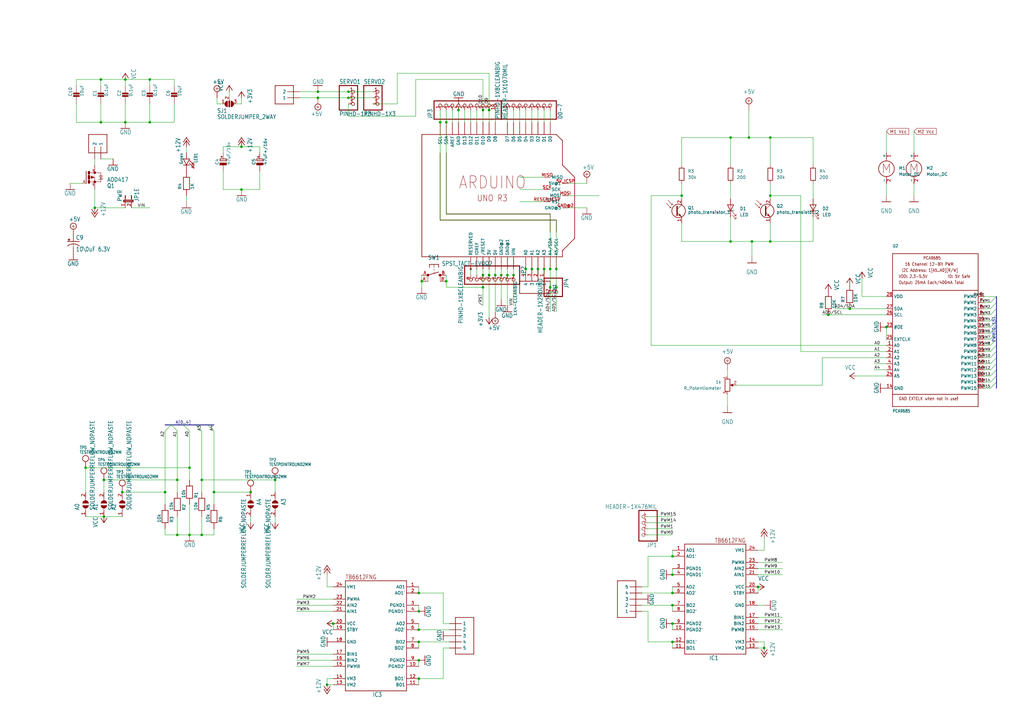
<source format=kicad_sch>
(kicad_sch (version 20211123) (generator eeschema)
  (paper "User" 425.45 299.593)
  (junction (at 279.4 231.14))
  (junction (at 279.4 259.08))
  (junction (at 173.99 274.32))
  (junction (at 173.99 281.94))
  (junction (at 83.82 222.25))
  (junction (at 52.07 50.8))
  (junction (at 203.2 45.72))
  (junction (at 173.99 246.38))
  (junction (at 43.18 214.63))
  (junction (at 78.74 194.31))
  (junction (at 303.53 57.15))
  (junction (at 52.07 33.02))
  (junction (at 353.06 128.27))
  (junction (at 114.3 199.39))
  (junction (at 231.14 119.38))
  (junction (at 68.58 204.47))
  (junction (at 200.66 45.72))
  (junction (at 144.78 40.64))
  (junction (at 144.78 38.1))
  (junction (at 88.9 204.47))
  (junction (at 73.66 199.39))
  (junction (at 132.08 40.64))
  (junction (at 279.4 246.38))
  (junction (at 104.14 204.47))
  (junction (at 226.06 111.76))
  (junction (at 279.4 238.76))
  (junction (at 223.52 111.76))
  (junction (at 73.66 222.25))
  (junction (at 218.44 111.76))
  (junction (at 35.56 194.31))
  (junction (at 311.15 57.15))
  (junction (at 320.04 100.33))
  (junction (at 100.33 60.96))
  (junction (at 182.88 50.8))
  (junction (at 41.91 33.02))
  (junction (at 220.98 111.76))
  (junction (at 173.99 266.7))
  (junction (at 173.99 261.62))
  (junction (at 312.42 100.33))
  (junction (at 279.4 251.46))
  (junction (at 200.66 119.38))
  (junction (at 132.08 38.1))
  (junction (at 39.37 86.36))
  (junction (at 317.5 269.24))
  (junction (at 210.82 114.3))
  (junction (at 320.04 81.28))
  (junction (at 228.6 119.38))
  (junction (at 314.96 243.84))
  (junction (at 62.23 50.8))
  (junction (at 205.74 114.3))
  (junction (at 135.89 284.48))
  (junction (at 213.36 114.3))
  (junction (at 78.74 222.25))
  (junction (at 185.42 116.84))
  (junction (at 368.3 135.89))
  (junction (at 208.28 114.3))
  (junction (at 283.21 81.28))
  (junction (at 228.6 111.76))
  (junction (at 203.2 114.3))
  (junction (at 83.82 199.39))
  (junction (at 200.66 114.3))
  (junction (at 138.43 259.08))
  (junction (at 303.53 100.33))
  (junction (at 231.14 111.76))
  (junction (at 344.17 130.81))
  (junction (at 173.99 254))
  (junction (at 43.18 199.39))
  (junction (at 50.8 204.47))
  (junction (at 41.91 50.8))
  (junction (at 175.26 116.84))
  (junction (at 185.42 50.8))
  (junction (at 279.4 266.7))
  (junction (at 190.5 45.72))
  (junction (at 62.23 33.02))
  (junction (at 100.33 78.74))
  (junction (at 320.04 57.15))
  (bus_entry (at 411.48 146.05) (size 2.54 -2.54))
  (bus_entry (at 411.48 133.35) (size 2.54 -2.54))
  (bus_entry (at 411.48 135.89) (size 2.54 -2.54))
  (bus_entry (at 411.48 140.97) (size 2.54 -2.54))
  (bus_entry (at 411.48 148.59) (size 2.54 -2.54))
  (bus_entry (at 73.66 179.07) (size -2.54 -2.54))
  (bus_entry (at 411.48 130.81) (size 2.54 -2.54))
  (bus_entry (at 411.48 156.21) (size 2.54 -2.54))
  (bus_entry (at 68.58 179.07) (size 2.54 -2.54))
  (bus_entry (at 411.48 138.43) (size 2.54 -2.54))
  (bus_entry (at 411.48 125.73) (size 2.54 -2.54))
  (bus_entry (at 411.48 153.67) (size 2.54 -2.54))
  (bus_entry (at 411.48 151.13) (size 2.54 -2.54))
  (bus_entry (at 88.9 179.07) (size -2.54 -2.54))
  (bus_entry (at 411.48 158.75) (size 2.54 -2.54))
  (bus_entry (at 411.48 143.51) (size 2.54 -2.54))
  (bus_entry (at 78.74 179.07) (size -2.54 -2.54))
  (bus_entry (at 411.48 161.29) (size 2.54 -2.54))
  (bus_entry (at 83.82 179.07) (size -2.54 -2.54))
  (bus_entry (at 411.48 128.27) (size 2.54 -2.54))
  (wire (pts (xy 41.91 33.02) (xy 41.91 35.56)))
  (wire (pts (xy 303.53 76.2) (xy 303.53 82.55)))
  (wire (pts (xy 408.94 146.05) (xy 411.48 146.05)))
  (wire (pts (xy 124.46 40.64) (xy 132.08 40.64)))
  (wire (pts (xy 283.21 57.15) (xy 303.53 57.15)))
  (wire (pts (xy 312.42 100.33) (xy 320.04 100.33)))
  (wire (pts (xy 320.04 81.28) (xy 320.04 82.55)))
  (wire (pts (xy 314.96 246.38) (xy 314.96 243.84)))
  (wire (pts (xy 228.6 119.38) (xy 228.6 129.54)))
  (wire (pts (xy 173.99 281.94) (xy 184.15 281.94)))
  (wire (pts (xy 200.66 33.02) (xy 200.66 45.72)))
  (wire (pts (xy 203.2 114.3) (xy 203.2 111.76)))
  (wire (pts (xy 208.28 114.3) (xy 208.28 111.76)))
  (wire (pts (xy 62.23 35.56) (xy 62.23 33.02)))
  (wire (pts (xy 332.74 81.28) (xy 320.04 81.28)))
  (wire (pts (xy 198.12 45.72) (xy 198.12 50.8)))
  (wire (pts (xy 78.74 222.25) (xy 73.66 222.25)))
  (wire (pts (xy 312.42 100.33) (xy 312.42 106.68)))
  (wire (pts (xy 187.96 45.72) (xy 187.96 50.8)))
  (wire (pts (xy 72.39 33.02) (xy 62.23 33.02)))
  (wire (pts (xy 228.6 88.9) (xy 185.42 88.9)))
  (wire (pts (xy 62.23 50.8) (xy 62.23 43.18)))
  (wire (pts (xy 408.94 138.43) (xy 411.48 138.43)))
  (wire (pts (xy 138.43 281.94) (xy 135.89 281.94)))
  (wire (pts (xy 408.94 133.35) (xy 411.48 133.35)))
  (wire (pts (xy 138.43 276.86) (xy 123.19 276.86)))
  (wire (pts (xy 182.88 91.44) (xy 231.14 91.44)))
  (wire (pts (xy 320.04 100.33) (xy 337.82 100.33)))
  (wire (pts (xy 314.96 261.62) (xy 325.12 261.62)))
  (wire (pts (xy 210.82 127) (xy 210.82 114.3)))
  (wire (pts (xy 203.2 132.08) (xy 203.2 114.3)))
  (wire (pts (xy 83.82 204.47) (xy 83.82 199.39)))
  (wire (pts (xy 355.6 156.21) (xy 368.3 156.21)))
  (wire (pts (xy 408.94 148.59) (xy 411.48 148.59)))
  (bus (pts (xy 414.02 158.75) (xy 414.02 161.29)))
  (wire (pts (xy 226.06 83.82) (xy 215.9 83.82)))
  (bus (pts (xy 414.02 140.97) (xy 414.02 143.51)))
  (wire (pts (xy 41.91 50.8) (xy 52.07 50.8)))
  (wire (pts (xy 72.39 50.8) (xy 72.39 43.18)))
  (wire (pts (xy 73.66 214.63) (xy 73.66 222.25)))
  (wire (pts (xy 35.56 204.47) (xy 35.56 194.31)))
  (bus (pts (xy 76.2 176.53) (xy 81.28 176.53)))
  (wire (pts (xy 269.24 219.71) (xy 279.4 219.71)))
  (wire (pts (xy 83.82 199.39) (xy 114.3 199.39)))
  (wire (pts (xy 144.78 38.1) (xy 154.94 38.1)))
  (wire (pts (xy 39.37 68.58) (xy 39.37 66.04)))
  (wire (pts (xy 320.04 57.15) (xy 320.04 68.58)))
  (wire (pts (xy 408.94 156.21) (xy 411.48 156.21)))
  (wire (pts (xy 100.33 60.96) (xy 92.71 60.96)))
  (wire (pts (xy 205.74 45.72) (xy 205.74 50.8)))
  (wire (pts (xy 138.43 271.78) (xy 123.19 271.78)))
  (wire (pts (xy 68.58 204.47) (xy 68.58 179.07)))
  (wire (pts (xy 269.24 254) (xy 269.24 266.7)))
  (wire (pts (xy 317.5 251.46) (xy 314.96 251.46)))
  (wire (pts (xy 283.21 81.28) (xy 283.21 82.55)))
  (wire (pts (xy 200.66 114.3) (xy 200.66 119.38)))
  (wire (pts (xy 228.6 111.76) (xy 228.6 88.9)))
  (wire (pts (xy 408.94 151.13) (xy 411.48 151.13)))
  (wire (pts (xy 317.5 228.6) (xy 317.5 223.52)))
  (bus (pts (xy 414.02 146.05) (xy 414.02 148.59)))
  (wire (pts (xy 314.96 259.08) (xy 325.12 259.08)))
  (wire (pts (xy 218.44 114.3) (xy 218.44 111.76)))
  (wire (pts (xy 83.82 199.39) (xy 83.82 179.07)))
  (wire (pts (xy 205.74 129.54) (xy 205.74 114.3)))
  (wire (pts (xy 50.8 204.47) (xy 68.58 204.47)))
  (wire (pts (xy 138.43 274.32) (xy 123.19 274.32)))
  (wire (pts (xy 31.75 35.56) (xy 31.75 33.02)))
  (wire (pts (xy 104.14 214.63) (xy 104.14 217.17)))
  (wire (pts (xy 213.36 45.72) (xy 213.36 50.8)))
  (wire (pts (xy 320.04 92.71) (xy 320.04 100.33)))
  (wire (pts (xy 43.18 214.63) (xy 35.56 214.63)))
  (wire (pts (xy 337.82 76.2) (xy 337.82 82.55)))
  (wire (pts (xy 243.84 76.2) (xy 236.22 76.2)))
  (wire (pts (xy 314.96 233.68) (xy 325.12 233.68)))
  (wire (pts (xy 269.24 222.25) (xy 279.4 222.25)))
  (wire (pts (xy 203.2 45.72) (xy 203.2 50.8)))
  (wire (pts (xy 363.22 151.13) (xy 368.3 151.13)))
  (wire (pts (xy 77.47 81.28) (xy 77.47 83.82)))
  (wire (pts (xy 173.99 266.7) (xy 173.99 269.24)))
  (wire (pts (xy 54.61 86.36) (xy 62.23 86.36)))
  (wire (pts (xy 92.71 71.12) (xy 92.71 78.74)))
  (wire (pts (xy 135.89 281.94) (xy 135.89 284.48)))
  (wire (pts (xy 73.66 204.47) (xy 73.66 199.39)))
  (wire (pts (xy 210.82 114.3) (xy 210.82 111.76)))
  (wire (pts (xy 73.66 222.25) (xy 68.58 222.25)))
  (wire (pts (xy 408.94 123.19) (xy 414.02 123.19)))
  (wire (pts (xy 231.14 91.44) (xy 231.14 111.76)))
  (wire (pts (xy 77.47 63.5) (xy 77.47 60.96)))
  (wire (pts (xy 279.4 266.7) (xy 279.4 269.24)))
  (wire (pts (xy 408.94 128.27) (xy 411.48 128.27)))
  (wire (pts (xy 165.1 43.18) (xy 154.94 43.18)))
  (wire (pts (xy 200.66 119.38) (xy 200.66 127)))
  (wire (pts (xy 215.9 45.72) (xy 215.9 50.8)))
  (wire (pts (xy 270.51 143.51) (xy 368.3 143.51)))
  (wire (pts (xy 226.06 78.74) (xy 215.9 78.74)))
  (wire (pts (xy 92.71 78.74) (xy 100.33 78.74)))
  (wire (pts (xy 266.7 246.38) (xy 279.4 246.38)))
  (wire (pts (xy 303.53 100.33) (xy 312.42 100.33)))
  (wire (pts (xy 279.4 243.84) (xy 279.4 246.38)))
  (wire (pts (xy 302.26 153.67) (xy 302.26 156.21)))
  (wire (pts (xy 302.26 163.83) (xy 302.26 168.91)))
  (wire (pts (xy 269.24 266.7) (xy 279.4 266.7)))
  (wire (pts (xy 408.94 161.29) (xy 411.48 161.29)))
  (wire (pts (xy 173.99 261.62) (xy 186.69 261.62)))
  (wire (pts (xy 78.74 194.31) (xy 78.74 179.07)))
  (wire (pts (xy 107.95 78.74) (xy 107.95 71.12)))
  (wire (pts (xy 314.96 266.7) (xy 317.5 266.7)))
  (wire (pts (xy 173.99 259.08) (xy 173.99 261.62)))
  (wire (pts (xy 368.3 128.27) (xy 353.06 128.27)))
  (bus (pts (xy 414.02 143.51) (xy 414.02 146.05)))
  (wire (pts (xy 68.58 209.55) (xy 68.58 204.47)))
  (wire (pts (xy 62.23 33.02) (xy 52.07 33.02)))
  (wire (pts (xy 379.73 54.61) (xy 379.73 63.5)))
  (wire (pts (xy 173.99 251.46) (xy 173.99 254)))
  (wire (pts (xy 200.66 114.3) (xy 200.66 111.76)))
  (wire (pts (xy 279.4 251.46) (xy 279.4 254)))
  (wire (pts (xy 363.22 153.67) (xy 368.3 153.67)))
  (wire (pts (xy 88.9 204.47) (xy 88.9 179.07)))
  (wire (pts (xy 100.33 78.74) (xy 107.95 78.74)))
  (wire (pts (xy 213.36 114.3) (xy 213.36 127)))
  (wire (pts (xy 68.58 219.71) (xy 68.58 222.25)))
  (wire (pts (xy 408.94 130.81) (xy 411.48 130.81)))
  (wire (pts (xy 314.96 238.76) (xy 325.12 238.76)))
  (wire (pts (xy 78.74 199.39) (xy 78.74 194.31)))
  (wire (pts (xy 154.94 40.64) (xy 144.78 40.64)))
  (wire (pts (xy 195.58 45.72) (xy 195.58 50.8)))
  (wire (pts (xy 311.15 57.15) (xy 320.04 57.15)))
  (wire (pts (xy 144.78 43.18) (xy 144.78 48.26)))
  (wire (pts (xy 132.08 40.64) (xy 144.78 40.64)))
  (wire (pts (xy 88.9 204.47) (xy 104.14 204.47)))
  (wire (pts (xy 114.3 217.17) (xy 114.3 214.63)))
  (bus (pts (xy 414.02 148.59) (xy 414.02 151.13)))
  (wire (pts (xy 52.07 33.02) (xy 52.07 35.56)))
  (bus (pts (xy 414.02 133.35) (xy 414.02 135.89)))
  (wire (pts (xy 314.96 236.22) (xy 325.12 236.22)))
  (wire (pts (xy 231.14 111.76) (xy 231.14 119.38)))
  (wire (pts (xy 203.2 30.48) (xy 165.1 30.48)))
  (wire (pts (xy 144.78 48.26) (xy 172.72 48.26)))
  (wire (pts (xy 226.06 73.66) (xy 215.9 73.66)))
  (wire (pts (xy 341.63 148.59) (xy 368.3 148.59)))
  (wire (pts (xy 205.74 114.3) (xy 205.74 111.76)))
  (wire (pts (xy 358.14 123.19) (xy 368.3 123.19)))
  (wire (pts (xy 138.43 251.46) (xy 123.19 251.46)))
  (wire (pts (xy 107.95 60.96) (xy 107.95 63.5)))
  (wire (pts (xy 100.33 60.96) (xy 107.95 60.96)))
  (wire (pts (xy 218.44 45.72) (xy 218.44 50.8)))
  (wire (pts (xy 332.74 146.05) (xy 368.3 146.05)))
  (wire (pts (xy 279.4 228.6) (xy 279.4 231.14)))
  (wire (pts (xy 31.75 50.8) (xy 31.75 43.18)))
  (wire (pts (xy 408.94 135.89) (xy 411.48 135.89)))
  (wire (pts (xy 337.82 100.33) (xy 337.82 90.17)))
  (wire (pts (xy 184.15 281.94) (xy 184.15 269.24)))
  (bus (pts (xy 414.02 153.67) (xy 414.02 156.21)))
  (bus (pts (xy 414.02 123.19) (xy 414.02 125.73)))
  (wire (pts (xy 368.3 54.61) (xy 368.3 63.5)))
  (wire (pts (xy 39.37 78.74) (xy 39.37 86.36)))
  (wire (pts (xy 73.66 199.39) (xy 73.66 179.07)))
  (wire (pts (xy 184.15 269.24) (xy 186.69 269.24)))
  (wire (pts (xy 283.21 76.2) (xy 283.21 81.28)))
  (wire (pts (xy 193.04 45.72) (xy 193.04 50.8)))
  (wire (pts (xy 173.99 246.38) (xy 173.99 243.84)))
  (wire (pts (xy 358.14 115.57) (xy 358.14 123.19)))
  (wire (pts (xy 320.04 57.15) (xy 337.82 57.15)))
  (wire (pts (xy 138.43 243.84) (xy 135.89 243.84)))
  (wire (pts (xy 175.26 114.3) (xy 175.26 116.84)))
  (wire (pts (xy 52.07 33.02) (xy 41.91 33.02)))
  (wire (pts (xy 83.82 222.25) (xy 88.9 222.25)))
  (wire (pts (xy 52.07 50.8) (xy 52.07 43.18)))
  (wire (pts (xy 223.52 45.72) (xy 223.52 50.8)))
  (wire (pts (xy 185.42 45.72) (xy 185.42 50.8)))
  (wire (pts (xy 320.04 76.2) (xy 320.04 81.28)))
  (wire (pts (xy 190.5 43.18) (xy 190.5 45.72)))
  (wire (pts (xy 184.15 259.08) (xy 186.69 259.08)))
  (wire (pts (xy 306.07 160.02) (xy 341.63 160.02)))
  (wire (pts (xy 88.9 222.25) (xy 88.9 219.71)))
  (wire (pts (xy 135.89 284.48) (xy 138.43 284.48)))
  (wire (pts (xy 379.73 76.2) (xy 379.73 81.28)))
  (wire (pts (xy 83.82 214.63) (xy 83.82 222.25)))
  (wire (pts (xy 50.8 214.63) (xy 43.18 214.63)))
  (wire (pts (xy 43.18 204.47) (xy 43.18 199.39)))
  (wire (pts (xy 185.42 116.84) (xy 185.42 119.38)))
  (wire (pts (xy 317.5 269.24) (xy 314.96 269.24)))
  (wire (pts (xy 231.14 119.38) (xy 231.14 129.54)))
  (wire (pts (xy 173.99 274.32) (xy 173.99 276.86)))
  (wire (pts (xy 135.89 243.84) (xy 135.89 238.76)))
  (wire (pts (xy 311.15 45.72) (xy 311.15 57.15)))
  (wire (pts (xy 270.51 143.51) (xy 270.51 81.28)))
  (wire (pts (xy 114.3 204.47) (xy 114.3 199.39)))
  (wire (pts (xy 226.06 45.72) (xy 226.06 50.8)))
  (wire (pts (xy 175.26 116.84) (xy 175.26 119.38)))
  (bus (pts (xy 414.02 156.21) (xy 414.02 158.75)))
  (wire (pts (xy 124.46 38.1) (xy 132.08 38.1)))
  (wire (pts (xy 88.9 209.55) (xy 88.9 204.47)))
  (wire (pts (xy 78.74 209.55) (xy 78.74 222.25)))
  (wire (pts (xy 269.24 217.17) (xy 279.4 217.17)))
  (wire (pts (xy 173.99 246.38) (xy 184.15 246.38)))
  (wire (pts (xy 210.82 45.72) (xy 210.82 50.8)))
  (wire (pts (xy 368.3 76.2) (xy 368.3 81.28)))
  (bus (pts (xy 414.02 125.73) (xy 414.02 128.27)))
  (wire (pts (xy 41.91 50.8) (xy 31.75 50.8)))
  (wire (pts (xy 172.72 33.02) (xy 200.66 33.02)))
  (bus (pts (xy 86.36 176.53) (xy 88.9 176.53)))
  (wire (pts (xy 269.24 243.84) (xy 269.24 231.14)))
  (wire (pts (xy 279.4 259.08) (xy 279.4 261.62)))
  (wire (pts (xy 332.74 146.05) (xy 332.74 81.28)))
  (wire (pts (xy 353.06 128.27) (xy 346.71 128.27)))
  (wire (pts (xy 408.94 143.51) (xy 411.48 143.51)))
  (wire (pts (xy 283.21 100.33) (xy 303.53 100.33)))
  (wire (pts (xy 337.82 57.15) (xy 337.82 68.58)))
  (wire (pts (xy 31.75 33.02) (xy 41.91 33.02)))
  (wire (pts (xy 29.21 76.2) (xy 34.29 76.2)))
  (wire (pts (xy 184.15 246.38) (xy 184.15 259.08)))
  (wire (pts (xy 228.6 111.76) (xy 228.6 119.38)))
  (wire (pts (xy 341.63 160.02) (xy 341.63 148.59)))
  (wire (pts (xy 408.94 140.97) (xy 411.48 140.97)))
  (wire (pts (xy 138.43 248.92) (xy 123.19 248.92)))
  (wire (pts (xy 138.43 254) (xy 123.19 254)))
  (wire (pts (xy 228.6 45.72) (xy 228.6 50.8)))
  (wire (pts (xy 100.33 43.18) (xy 100.33 40.64)))
  (wire (pts (xy 90.17 43.18) (xy 90.17 40.64)))
  (wire (pts (xy 314.96 228.6) (xy 317.5 228.6)))
  (wire (pts (xy 173.99 266.7) (xy 186.69 266.7)))
  (bus (pts (xy 414.02 135.89) (xy 414.02 138.43)))
  (wire (pts (xy 279.4 236.22) (xy 279.4 238.76)))
  (wire (pts (xy 198.12 114.3) (xy 198.12 111.76)))
  (bus (pts (xy 68.58 176.53) (xy 71.12 176.53)))
  (wire (pts (xy 243.84 86.36) (xy 236.22 86.36)))
  (wire (pts (xy 173.99 284.48) (xy 173.99 281.94)))
  (wire (pts (xy 220.98 114.3) (xy 220.98 111.76)))
  (wire (pts (xy 317.5 266.7) (xy 317.5 269.24)))
  (wire (pts (xy 303.53 90.17) (xy 303.53 100.33)))
  (wire (pts (xy 73.66 199.39) (xy 43.18 199.39)))
  (wire (pts (xy 266.7 251.46) (xy 279.4 251.46)))
  (wire (pts (xy 368.3 130.81) (xy 344.17 130.81)))
  (wire (pts (xy 200.66 45.72) (xy 200.66 50.8)))
  (wire (pts (xy 408.94 153.67) (xy 411.48 153.67)))
  (bus (pts (xy 414.02 151.13) (xy 414.02 153.67)))
  (wire (pts (xy 39.37 86.36) (xy 52.07 86.36)))
  (wire (pts (xy 226.06 114.3) (xy 226.06 111.76)))
  (wire (pts (xy 344.17 130.81) (xy 341.63 130.81)))
  (bus (pts (xy 414.02 128.27) (xy 414.02 130.81)))
  (wire (pts (xy 266.7 254) (xy 269.24 254)))
  (wire (pts (xy 208.28 124.46) (xy 208.28 114.3)))
  (wire (pts (xy 223.52 114.3) (xy 223.52 111.76)))
  (wire (pts (xy 172.72 48.26) (xy 172.72 33.02)))
  (wire (pts (xy 314.96 256.54) (xy 325.12 256.54)))
  (wire (pts (xy 97.79 43.18) (xy 100.33 43.18)))
  (wire (pts (xy 203.2 45.72) (xy 203.2 30.48)))
  (bus (pts (xy 414.02 138.43) (xy 414.02 140.97)))
  (wire (pts (xy 41.91 43.18) (xy 41.91 50.8)))
  (wire (pts (xy 62.23 50.8) (xy 72.39 50.8)))
  (wire (pts (xy 52.07 50.8) (xy 62.23 50.8)))
  (wire (pts (xy 182.88 50.8) (xy 182.88 91.44)))
  (wire (pts (xy 144.78 38.1) (xy 132.08 38.1)))
  (wire (pts (xy 72.39 33.02) (xy 72.39 35.56)))
  (wire (pts (xy 303.53 57.15) (xy 303.53 68.58)))
  (wire (pts (xy 195.58 114.3) (xy 195.58 111.76)))
  (wire (pts (xy 213.36 114.3) (xy 213.36 111.76)))
  (wire (pts (xy 165.1 30.48) (xy 165.1 43.18)))
  (wire (pts (xy 266.7 243.84) (xy 269.24 243.84)))
  (wire (pts (xy 95.25 38.1) (xy 95.25 40.64)))
  (wire (pts (xy 408.94 158.75) (xy 411.48 158.75)))
  (wire (pts (xy 368.3 140.97) (xy 368.3 135.89)))
  (wire (pts (xy 41.91 66.04) (xy 46.99 66.04)))
  (wire (pts (xy 283.21 68.58) (xy 283.21 57.15)))
  (bus (pts (xy 414.02 130.81) (xy 414.02 133.35)))
  (bus (pts (xy 81.28 176.53) (xy 86.36 176.53)))
  (wire (pts (xy 270.51 81.28) (xy 283.21 81.28)))
  (wire (pts (xy 92.71 60.96) (xy 92.71 63.5)))
  (wire (pts (xy 236.22 81.28) (xy 248.92 81.28)))
  (wire (pts (xy 92.71 43.18) (xy 90.17 43.18)))
  (wire (pts (xy 78.74 194.31) (xy 35.56 194.31)))
  (wire (pts (xy 408.94 125.73) (xy 411.48 125.73)))
  (wire (pts (xy 269.24 231.14) (xy 279.4 231.14)))
  (wire (pts (xy 185.42 119.38) (xy 200.66 119.38)))
  (wire (pts (xy 283.21 92.71) (xy 283.21 100.33)))
  (wire (pts (xy 220.98 45.72) (xy 220.98 50.8)))
  (wire (pts (xy 185.42 88.9) (xy 185.42 50.8)))
  (wire (pts (xy 182.88 45.72) (xy 182.88 50.8)))
  (wire (pts (xy 303.53 57.15) (xy 311.15 57.15)))
  (wire (pts (xy 138.43 259.08) (xy 138.43 261.62)))
  (wire (pts (xy 269.24 214.63) (xy 279.4 214.63)))
  (wire (pts (xy 78.74 222.25) (xy 83.82 222.25)))
  (bus (pts (xy 71.12 176.53) (xy 76.2 176.53)))
  (wire (pts (xy 185.42 114.3) (xy 185.42 116.84)))
  (wire (pts (xy 190.5 45.72) (xy 190.5 50.8)))
  (label "PWM3" (at 411.48 130.81 180) (effects (font (size 1.016 1.016))))
  (label "PWM8" (at 317.5 233.68 0) (effects (font (size 1.2446 1.2446))))
  (label "VIN" (at 57.15 86.36 0) (effects (font (size 1.2446 1.2446))))
  (label "AD5/SCL" (at 341.63 130.81 0) (effects (font (size 1.2446 1.2446))))
  (label "PWM10" (at 317.5 238.76 0) (effects (font (size 1.2446 1.2446))))
  (label "A3" (at 83.82 179.07 90) (effects (font (size 1.2446 1.2446))))
  (label "D9" (at 203.2 43.18 90) (effects (font (size 1.2446 1.2446))))
  (label "PWM11" (at 411.48 151.13 180) (effects (font (size 1.016 1.016))))
  (label "PWM6" (at 411.48 138.43 180) (effects (font (size 1.016 1.016))))
  (label "A4" (at 363.22 153.67 0) (effects (font (size 1.2446 1.2446))))
  (label "PWM0" (at 408.94 123.19 180) (effects (font (size 1.016 1.016))))
  (label "PWM4" (at 411.48 133.35 180) (effects (font (size 1.016 1.016))))
  (label "PWM15" (at 274.32 214.63 0) (effects (font (size 1.2446 1.2446))))
  (label "A0" (at 363.22 143.51 0) (effects (font (size 1.2446 1.2446))))
  (label "PWM14" (at 411.48 158.75 180) (effects (font (size 1.016 1.016))))
  (label "PWM9" (at 411.48 146.05 180) (effects (font (size 1.016 1.016))))
  (label "PWM9" (at 317.5 236.22 0) (effects (font (size 1.2446 1.2446))))
  (label "PWM2" (at 125.73 248.92 0) (effects (font (size 1.2446 1.2446))))
  (label "PWM5" (at 411.48 135.89 180) (effects (font (size 1.016 1.016))))
  (label "PWM[0..15]" (at 414.02 142.24 90) (effects (font (size 1.2446 1.2446))))
  (label "PWM15" (at 411.48 161.29 180) (effects (font (size 1.016 1.016))))
  (label "A4" (at 88.9 179.07 90) (effects (font (size 1.2446 1.2446))))
  (label "PWM1" (at 274.32 219.71 0) (effects (font (size 1.2446 1.2446))))
  (label "PWM4" (at 123.19 254 0) (effects (font (size 1.2446 1.2446))))
  (label "PWM13" (at 317.5 261.62 0) (effects (font (size 1.2446 1.2446))))
  (label "A1" (at 363.22 146.05 0) (effects (font (size 1.2446 1.2446))))
  (label "A1" (at 73.66 179.07 270) (effects (font (size 1.2446 1.2446))))
  (label "PWM5" (at 123.19 271.78 0) (effects (font (size 1.2446 1.2446))))
  (label "PWM6" (at 123.19 274.32 0) (effects (font (size 1.2446 1.2446))))
  (label "PWM8" (at 411.48 143.51 180) (effects (font (size 1.016 1.016))))
  (label "PWM1" (at 411.48 125.73 180) (effects (font (size 1.016 1.016))))
  (label "A[0..4]" (at 79.375 176.53 180) (effects (font (size 1.2446 1.2446))))
  (label "PWM12" (at 317.5 259.08 0) (effects (font (size 1.2446 1.2446))))
  (label "A2" (at 68.58 179.07 270) (effects (font (size 1.2446 1.2446))))
  (label "PWM13" (at 411.48 156.21 180) (effects (font (size 1.016 1.016))))
  (label "PWM10" (at 411.48 148.59 180) (effects (font (size 1.016 1.016))))
  (label "PWM0" (at 274.32 222.25 0) (effects (font (size 1.2446 1.2446))))
  (label "PWM11" (at 317.5 256.54 0) (effects (font (size 1.2446 1.2446))))
  (label "/RST" (at 200.66 127 90) (effects (font (size 1.2446 1.2446))))
  (label "A3" (at 363.22 151.13 0) (effects (font (size 1.2446 1.2446))))
  (label "PWM14" (at 274.32 217.17 0) (effects (font (size 1.2446 1.2446))))
  (label "PWM2" (at 411.48 128.27 180) (effects (font (size 1.016 1.016))))
  (label "VIN" (at 213.36 127 90) (effects (font (size 1.2446 1.2446))))
  (label "PWM7" (at 123.19 276.86 0) (effects (font (size 1.2446 1.2446))))
  (label "A2" (at 363.22 148.59 0) (effects (font (size 1.2446 1.2446))))
  (label "PWM3" (at 123.19 251.46 0) (effects (font (size 1.2446 1.2446))))
  (label "A0" (at 78.74 179.07 270) (effects (font (size 1.2446 1.2446))))
  (label "PWM12" (at 411.48 153.67 180) (effects (font (size 1.016 1.016))))
  (label "/RST" (at 226.06 83.82 0) (effects (font (size 1.016 1.016))))
  (label "D10" (at 200.66 43.18 90) (effects (font (size 1.2446 1.2446))))
  (label "AD5/SCL" (at 231.14 129.54 90) (effects (font (size 1.2446 1.2446))))
  (label "AD4/SDA" (at 346.71 128.27 0) (effects (font (size 1.2446 1.2446))))
  (label "PWM7" (at 411.48 140.97 180) (effects (font (size 1.016 1.016))))
  (label "AD4/SDA" (at 228.6 129.54 90) (effects (font (size 1.2446 1.2446))))
  (global_label "M2 Vcc" (shape input) (at 379.73 54.61 0) (property "Intersheet References" "${INTERSHEET_REFS}" (effects hide)))
  (global_label "M1 Vcc" (shape input) (at 368.3 54.61 0) (property "Intersheet References" "${INTERSHEET_REFS}" (effects hide)))
  (symbol (lib_id "PIE_mp3-eagle-import:GND") (at 312.42 109.22 0) (unit 1)
    (property "Reference" "#GND?" (effects hide))
    (property "Value" "GND" (at 312.42 113.03 0) (effects (font (size 1.778 1.5113))))
    (property "Footprint" "PIE_mp3:" (effects hide))
  )
  (symbol (lib_id "PIE_mp3-eagle-import:GND") (at 379.73 83.82 0) (unit 1)
    (property "Reference" "#GND?" (effects hide))
    (property "Value" "GND" (at 379.73 87.63 0) (effects (font (size 1.778 1.5113))))
    (property "Footprint" "PIE_mp3:" (effects hide))
  )
  (symbol (lib_id "PIE_mp3-eagle-import:VCC") (at 114.3 219.71 0) (mirror x)
    (property "Reference" "#P+17" (effects hide))
    (property "Value" "VCC" (at 111.76 217.17 90) (effects (font (size 1.778 1.5113)) (justify left bottom)))
    (property "Footprint" "PIE_mp3:" (effects hide))
  )
  (symbol (lib_id "PIE_mp3-eagle-import:GND") (at 100.33 81.28 0) (mirror y)
    (property "Reference" "#GND15" (effects hide))
    (property "Value" "GND" (at 102.87 83.82 0) (effects (font (size 1.778 1.5113)) (justify left bottom)))
    (property "Footprint" "PIE_mp3:" (effects hide))
  )
  (symbol (lib_id "PIE_mp3-eagle-import:CAP_ELECTROLYTICPANASONIC_C") (at 107.95 68.58 0)
    (property "Reference" "C5" (at 106.16 68.54 90) (effects (justify left bottom)))
    (property "Value" "47uF+/16v" (at 110.95 68.54 90) (effects (justify left bottom)))
    (property "Footprint" "PIE_mp3:PANASONIC_C" (effects hide))
  )
  (symbol (lib_id "PIE_mp3-eagle-import:GND") (at 176.53 274.32 90)
    (property "Reference" "#GND6" (effects hide))
    (property "Value" "GND" (at 179.07 276.86 0) (effects (font (size 1.778 1.5113)) (justify left bottom)))
    (property "Footprint" "PIE_mp3:" (effects hide))
  )
  (symbol (lib_id "PIE_mp3-eagle-import:TESTPOINTROUND2MM") (at 35.56 194.31 0)
    (property "Reference" "TP5" (at 33.02 186.69 0) (effects (font (size 1.27 1.0795)) (justify left bottom)))
    (property "Value" "TESTPOINTROUND2MM" (at 33.02 188.595 0) (effects (font (size 1.27 1.0795)) (justify left bottom)))
    (property "Footprint" "PIE_mp3:TESTPOINT_ROUND_2MM" (effects hide))
  )
  (symbol (lib_id "PIE_mp3-eagle-import:TESTPOINTROUND2MM") (at 114.3 199.39 0)
    (property "Reference" "TP2" (at 111.76 191.77 0) (effects (font (size 1.27 1.0795)) (justify left bottom)))
    (property "Value" "TESTPOINTROUND2MM" (at 111.76 193.675 0) (effects (font (size 1.27 1.0795)) (justify left bottom)))
    (property "Footprint" "PIE_mp3:TESTPOINT_ROUND_2MM" (effects hide))
  )
  (symbol (lib_id "PIE_mp3-eagle-import:+3V3") (at 203.2 134.62 0) (mirror x)
    (property "Reference" "#+3V1" (effects hide))
    (property "Value" "+3V3" (at 200.66 129.54 90) (effects (font (size 1.778 1.5113)) (justify left bottom)))
    (property "Footprint" "PIE_mp3:" (effects hide))
  )
  (symbol (lib_id "Device:Q_Photo_NPN_EC") (at 317.5 87.63 0) (unit 1)
    (property "Reference" "Q2" (at 322.58 85.6106 0) (effects (justify left)))
    (property "Value" "photo_transistor_2" (at 322.58 88.1506 0) (effects (justify left)))
  )
  (symbol (lib_id "PIE_mp3-eagle-import:CAP_CERAMIC0805-NOOUTLINE") (at 62.23 40.64 0)
    (property "Reference" "C3" (at 60.44 40.1 90) (effects (justify left bottom)))
    (property "Value" "0.1uF" (at 65.23 40.1 90) (effects (justify left bottom)))
    (property "Footprint" "PIE_mp3:0805-NO" (effects hide))
  )
  (symbol (lib_id "PIE_mp3-eagle-import:VCC") (at 353.06 156.21 90) (mirror x)
    (property "Reference" "#P+7" (effects hide))
    (property "Value" "VCC" (at 355.6 153.67 90) (effects (font (size 1.778 1.5113)) (justify left bottom)))
    (property "Footprint" "PIE_mp3:" (effects hide))
  )
  (symbol (lib_id "PIE_mp3-eagle-import:RESISTOR0805_NOOUTLINE") (at 88.9 214.63 270) (mirror x)
    (property "Reference" "R6" (at 90.932 217.17 0) (effects (justify left bottom)))
    (property "Value" "10k" (at 85.725 217.17 0) (effects (justify left bottom)))
    (property "Footprint" "PIE_mp3:0805-NO" (effects hide))
  )
  (symbol (lib_id "PIE_mp3-eagle-import:CAP_CERAMIC0805-NOOUTLINE") (at 41.91 40.64 0)
    (property "Reference" "C1" (at 40.12 40.1 90) (effects (justify left bottom)))
    (property "Value" "0.1uF" (at 44.91 40.1 90) (effects (justify left bottom)))
    (property "Footprint" "PIE_mp3:0805-NO" (effects hide))
  )
  (symbol (lib_id "PIE_mp3-eagle-import:GND") (at 175.26 121.92 0)
    (property "Reference" "#GND23" (effects hide))
    (property "Value" "GND" (at 172.72 124.46 0) (effects (font (size 1.778 1.5113)) (justify left bottom)))
    (property "Footprint" "PIE_mp3:" (effects hide))
  )
  (symbol (lib_id "PIE_mp3-eagle-import:HEADER-1X476MIL") (at 266.7 217.17 180)
    (property "Reference" "JP1" (at 273.05 225.425 0) (effects (font (size 1.778 1.5113)) (justify left bottom)))
    (property "Value" "HEADER-1X476MIL" (at 273.05 209.55 0) (effects (font (size 1.778 1.5113)) (justify left bottom)))
    (property "Footprint" "PIE_mp3:1X04_ROUND_76" (effects hide))
  )
  (symbol (lib_id "PIE_mp3-eagle-import:SOLDERJUMPER_2WAY") (at 95.25 43.18 0)
    (property "Reference" "SJ1" (at 90.17 46.99 0) (effects (font (size 1.778 1.5113)) (justify left bottom)))
    (property "Value" "SOLDERJUMPER_2WAY" (at 90.17 49.53 0) (effects (font (size 1.778 1.5113)) (justify left bottom)))
    (property "Footprint" "PIE_mp3:SOLDERJUMPER_2WAY_OPEN_NOPASTE" (effects hide))
  )
  (symbol (lib_id "PIE_mp3-eagle-import:+12V") (at 317.5 271.78 180)
    (property "Reference" "#P+2" (effects hide))
    (property "Value" "+12V" (at 320.04 266.7 90) (effects (font (size 1.778 1.5113)) (justify left bottom)))
    (property "Footprint" "PIE_mp3:" (effects hide))
  )
  (symbol (lib_id "PIE_mp3-eagle-import:CAP_CERAMIC0805-NOOUTLINE") (at 31.75 40.64 0)
    (property "Reference" "C10" (at 29.96 40.1 90) (effects (justify left bottom)))
    (property "Value" "10uF" (at 34.75 40.1 90) (effects (justify left bottom)))
    (property "Footprint" "PIE_mp3:0805-NO" (effects hide))
  )
  (symbol (lib_id "PIE_mp3-eagle-import:CAP_CERAMIC0805-NOOUTLINE") (at 72.39 40.64 0)
    (property "Reference" "C6" (at 70.6 40.1 90) (effects (justify left bottom)))
    (property "Value" "10uF" (at 75.39 40.1 90) (effects (justify left bottom)))
    (property "Footprint" "PIE_mp3:0805-NO" (effects hide))
  )
  (symbol (lib_id "PIE_mp3-eagle-import:CAP_CERAMIC0805-NOOUTLINE") (at 52.07 40.64 0)
    (property "Reference" "C2" (at 50.28 40.1 90) (effects (justify left bottom)))
    (property "Value" "0.1uF" (at 55.07 40.1 90) (effects (justify left bottom)))
    (property "Footprint" "PIE_mp3:0805-NO" (effects hide))
  )
  (symbol (lib_id "PIE_mp3-eagle-import:SOLDERJUMPERREFLOW_NOPASTE") (at 114.3 209.55 270)
    (property "Reference" "A3" (at 116.84 207.01 0) (effects (font (size 1.778 1.5113)) (justify left bottom)))
    (property "Value" "SOLDERJUMPERREFLOW_NOPASTE" (at 110.49 207.01 0) (effects (font (size 1.778 1.5113)) (justify left bottom)))
    (property "Footprint" "PIE_mp3:SOLDERJUMPER_REFLOW_NOPASTE" (effects hide))
  )
  (symbol (lib_id "PIE_mp3-eagle-import:GND") (at 208.28 127 0)
    (property "Reference" "#GND2" (effects hide))
    (property "Value" "GND" (at 205.74 129.54 0) (effects (font (size 1.778 1.5113)) (justify left bottom)))
    (property "Footprint" "PIE_mp3:" (effects hide))
  )
  (symbol (lib_id "PIE_mp3-eagle-import:+5V") (at 132.08 43.18 180)
    (property "Reference" "#SUPPLY3" (effects hide))
    (property "Value" "+5V" (at 133.985 46.355 0) (effects (font (size 1.778 1.5113)) (justify left bottom)))
    (property "Footprint" "PIE_mp3:" (effects hide))
  )
  (symbol (lib_id "PIE_mp3-eagle-import:HEADER-1X1070MIL") (at 193.04 43.18 90)
    (property "Reference" "JP3" (at 179.705 49.53 0) (effects (font (size 1.778 1.5113)) (justify left bottom)))
    (property "Value" "HEADER-1X1070MIL" (at 210.82 49.53 0) (effects (font (size 1.778 1.5113)) (justify left bottom)))
    (property "Footprint" "PIE_mp3:1X10_ROUND70" (effects hide))
  )
  (symbol (lib_id "PIE_mp3-eagle-import:GND") (at 29.21 78.74 0)
    (property "Reference" "#GND19" (effects hide))
    (property "Value" "GND" (at 26.67 81.28 0) (effects (font (size 1.778 1.5113)) (justify left bottom)))
    (property "Footprint" "PIE_mp3:" (effects hide))
  )
  (symbol (lib_id "PIE_mp3-eagle-import:+12V") (at 77.47 58.42 0)
    (property "Reference" "#P+15" (effects hide))
    (property "Value" "+12V" (at 74.93 63.5 90) (effects (font (size 1.778 1.5113)) (justify left bottom)))
    (property "Footprint" "PIE_mp3:" (effects hide))
  )
  (symbol (lib_id "PIE_mp3-eagle-import:GND") (at 365.76 135.89 270)
    (property "Reference" "#GND20" (effects hide))
    (property "Value" "GND" (at 363.22 133.35 0) (effects (font (size 1.778 1.5113)) (justify left bottom)))
    (property "Footprint" "PIE_mp3:" (effects hide))
  )
  (symbol (lib_id "PIE_mp3-eagle-import:VCC") (at 135.89 259.08 90)
    (property "Reference" "#P+6" (effects hide))
    (property "Value" "VCC" (at 138.43 261.62 90) (effects (font (size 1.778 1.5113)) (justify left bottom)))
    (property "Footprint" "PIE_mp3:" (effects hide))
  )
  (symbol (lib_id "PIE_mp3-eagle-import:+5V") (at 243.84 73.66 0)
    (property "Reference" "#SUPPLY4" (effects hide))
    (property "Value" "+5V" (at 241.935 70.485 0) (effects (font (size 1.778 1.5113)) (justify left bottom)))
    (property "Footprint" "PIE_mp3:" (effects hide))
  )
  (symbol (lib_id "PIE_mp3-eagle-import:GND") (at 269.24 248.92 90)
    (property "Reference" "#GND9" (effects hide))
    (property "Value" "GND" (at 271.78 251.46 0) (effects (font (size 1.778 1.5113)) (justify left bottom)))
    (property "Footprint" "PIE_mp3:" (effects hide))
  )
  (symbol (lib_id "PIE_mp3-eagle-import:+5V") (at 205.74 132.08 180)
    (property "Reference" "#SUPPLY1" (effects hide))
    (property "Value" "+5V" (at 207.645 135.255 0) (effects (font (size 1.778 1.5113)) (justify left bottom)))
    (property "Footprint" "PIE_mp3:" (effects hide))
  )
  (symbol (lib_id "PIE_mp3-eagle-import:GND") (at 276.86 259.08 270)
    (property "Reference" "#GND5" (effects hide))
    (property "Value" "GND" (at 274.32 256.54 0) (effects (font (size 1.778 1.5113)) (justify left bottom)))
    (property "Footprint" "PIE_mp3:" (effects hide))
  )
  (symbol (lib_id "PIE_mp3-eagle-import:TESTPOINTROUND2MM") (at 50.8 204.47 0)
    (property "Reference" "TP3" (at 48.26 196.85 0) (effects (font (size 1.27 1.0795)) (justify left bottom)))
    (property "Value" "TESTPOINTROUND2MM" (at 48.26 198.755 0) (effects (font (size 1.27 1.0795)) (justify left bottom)))
    (property "Footprint" "PIE_mp3:TESTPOINT_ROUND_2MM" (effects hide))
  )
  (symbol (lib_id "PIE_mp3-eagle-import:SPST_TACT-EVQQ2") (at 180.34 114.3 270)
    (property "Reference" "SW1" (at 177.8 107.95 90) (effects (font (size 1.778 1.5113)) (justify left bottom)))
    (property "Value" "SPST_TACT-EVQQ2" (at 183.515 110.49 90) (effects (font (size 1.778 1.5113)) (justify left bottom)))
    (property "Footprint" "PIE_mp3:EVQ-Q2" (effects hide))
  )
  (symbol (lib_id "PIE_mp3-eagle-import:GND") (at 365.76 161.29 270)
    (property "Reference" "#GND21" (effects hide))
    (property "Value" "GND" (at 363.22 158.75 0) (effects (font (size 1.778 1.5113)) (justify left bottom)))
    (property "Footprint" "PIE_mp3:" (effects hide))
  )
  (symbol (lib_id "PIE_mp3-eagle-import:SOLDERJUMPERREFLOW_NOPASTE") (at 43.18 209.55 90)
    (property "Reference" "A1" (at 40.64 212.09 0) (effects (font (size 1.778 1.5113)) (justify left bottom)))
    (property "Value" "SOLDERJUMPERREFLOW_NOPASTE" (at 46.99 212.09 0) (effects (font (size 1.778 1.5113)) (justify left bottom)))
    (property "Footprint" "PIE_mp3:SOLDERJUMPER_REFLOW_NOPASTE" (effects hide))
  )
  (symbol (lib_id "PIE_mp3-eagle-import:GND") (at 78.74 224.79 0) (mirror y)
    (property "Reference" "#GND24" (effects hide))
    (property "Value" "GND" (at 81.28 227.33 0) (effects (font (size 1.778 1.5113)) (justify left bottom)))
    (property "Footprint" "PIE_mp3:" (effects hide))
  )
  (symbol (lib_id "PIE_mp3-eagle-import:SOLDERJUMPERREFLOW_NOPASTE") (at 50.8 209.55 90)
    (property "Reference" "A2" (at 48.26 212.09 0) (effects (font (size 1.778 1.5113)) (justify left bottom)))
    (property "Value" "SOLDERJUMPERREFLOW_NOPASTE" (at 54.61 212.09 0) (effects (font (size 1.778 1.5113)) (justify left bottom)))
    (property "Footprint" "PIE_mp3:SOLDERJUMPER_REFLOW_NOPASTE" (effects hide))
  )
  (symbol (lib_id "PIE_mp3-eagle-import:GND") (at 132.08 35.56 180)
    (property "Reference" "#GND16" (effects hide))
    (property "Value" "GND" (at 134.62 33.02 0) (effects (font (size 1.778 1.5113)) (justify left bottom)))
    (property "Footprint" "PIE_mp3:" (effects hide))
  )
  (symbol (lib_id "Device:LED") (at 337.82 86.36 90) (unit 1)
    (property "Reference" "D2" (at 341.63 86.6774 90) (effects (justify right)))
    (property "Value" "LED" (at 341.63 89.2174 90) (effects (justify right)))
  )
  (symbol (lib_id "PIE_mp3-eagle-import:GND") (at 52.07 53.34 0) (mirror y)
    (property "Reference" "#GND14" (effects hide))
    (property "Value" "GND" (at 54.61 55.88 0) (effects (font (size 1.778 1.5113)) (justify left bottom)))
    (property "Footprint" "PIE_mp3:" (effects hide))
  )
  (symbol (lib_id "PIE_mp3-eagle-import:VCC") (at 353.06 115.57 0) (mirror y)
    (property "Reference" "#P+19" (effects hide))
    (property "Value" "VCC" (at 355.6 118.11 90) (effects (font (size 1.778 1.5113)) (justify left bottom)))
    (property "Footprint" "PIE_mp3:" (effects hide))
  )
  (symbol (lib_id "PIE_mp3-eagle-import:+12V") (at 135.89 236.22 0)
    (property "Reference" "#P+3" (effects hide))
    (property "Value" "+12V" (at 133.35 241.3 90) (effects (font (size 1.778 1.5113)) (justify left bottom)))
    (property "Footprint" "PIE_mp3:" (effects hide))
  )
  (symbol (lib_id "PIE_mp3-eagle-import:GND") (at 368.3 83.82 0) (unit 1)
    (property "Reference" "#GND?" (effects hide))
    (property "Value" "GND" (at 368.3 87.63 0) (effects (font (size 1.778 1.5113))))
    (property "Footprint" "PIE_mp3:" (effects hide))
  )
  (symbol (lib_id "Device:R") (at 320.04 72.39 0) (unit 1)
    (property "Reference" "R3" (at 322.58 71.1199 0) (effects (justify left)))
    (property "Value" "30k" (at 322.58 73.6599 0) (effects (justify left)))
  )
  (symbol (lib_id "PIE_mp3-eagle-import:VCC") (at 104.14 219.71 0) (mirror x)
    (property "Reference" "#P+18" (effects hide))
    (property "Value" "VCC" (at 101.6 217.17 90) (effects (font (size 1.778 1.5113)) (justify left bottom)))
    (property "Footprint" "PIE_mp3:" (effects hide))
  )
  (symbol (lib_id "PIE_mp3-eagle-import:SOLDERJUMPERREFLOW_NOPASTE") (at 35.56 209.55 90)
    (property "Reference" "A0" (at 33.02 212.09 0) (effects (font (size 1.778 1.5113)) (justify left bottom)))
    (property "Value" "SOLDERJUMPERREFLOW_NOPASTE" (at 39.37 212.09 0) (effects (font (size 1.778 1.5113)) (justify left bottom)))
    (property "Footprint" "PIE_mp3:SOLDERJUMPER_REFLOW_NOPASTE" (effects hide))
  )
  (symbol (lib_id "PIE_mp3-eagle-import:TESTPOINTROUND2MM") (at 104.14 204.47 0)
    (property "Reference" "TP1" (at 101.6 196.85 0) (effects (font (size 1.27 1.0795)) (justify left bottom)))
    (property "Value" "TESTPOINTROUND2MM" (at 101.6 198.755 0) (effects (font (size 1.27 1.0795)) (justify left bottom)))
    (property "Footprint" "PIE_mp3:TESTPOINT_ROUND_2MM" (effects hide))
  )
  (symbol (lib_id "PIE_mp3-eagle-import:GND") (at 30.48 107.95 0)
    (property "Reference" "#GND17" (effects hide))
    (property "Value" "GND" (at 27.94 110.49 0) (effects (font (size 1.778 1.5113)) (justify left bottom)))
    (property "Footprint" "PIE_mp3:" (effects hide))
  )
  (symbol (lib_id "PIE_mp3-eagle-import:GND") (at 302.26 171.45 0) (unit 1)
    (property "Reference" "#GND?" (effects hide))
    (property "Value" "GND" (at 302.26 175.26 0) (effects (font (size 1.778 1.5113))))
    (property "Footprint" "PIE_mp3:" (effects hide))
  )
  (symbol (lib_id "PIE_mp3-eagle-import:GND") (at 184.15 264.16 270)
    (property "Reference" "#GND8" (effects hide))
    (property "Value" "GND" (at 181.61 261.62 0) (effects (font (size 1.778 1.5113)) (justify left bottom)))
    (property "Footprint" "PIE_mp3:" (effects hide))
  )
  (symbol (lib_id "PIE_mp3-eagle-import:JP1E") (at 52.07 83.82 0)
    (property "Reference" "PWR" (at 50.8 83.82 90) (effects (font (size 1.778 1.5113)) (justify left bottom)))
    (property "Value" "JP1E" (at 57.785 83.82 90) (effects (font (size 1.778 1.5113)) (justify left bottom)))
    (property "Footprint" "PIE_mp3:JP1" (effects hide))
  )
  (symbol (lib_id "PIE_mp3-eagle-import:VCC") (at 95.25 35.56 0)
    (property "Reference" "#P+9" (effects hide))
    (property "Value" "VCC" (at 92.71 38.1 90) (effects (font (size 1.778 1.5113)) (justify left bottom)))
    (property "Footprint" "PIE_mp3:" (effects hide))
  )
  (symbol (lib_id "PIE_mp3-eagle-import:GND") (at 46.99 68.58 0)
    (property "Reference" "#GND13" (effects hide))
    (property "Value" "GND" (at 44.45 71.12 0) (effects (font (size 1.778 1.5113)) (justify left bottom)))
    (property "Footprint" "PIE_mp3:" (effects hide))
  )
  (symbol (lib_id "PIE_mp3-eagle-import:RESISTOR0805_NOOUTLINE") (at 353.06 123.19 90)
    (property "Reference" "R7" (at 351.028 125.73 0) (effects (justify left bottom)))
    (property "Value" "10K" (at 356.235 125.73 0) (effects (justify left bottom)))
    (property "Footprint" "PIE_mp3:0805-NO" (effects hide))
  )
  (symbol (lib_id "PIE_mp3-eagle-import:1X2-3.5MM") (at 119.38 38.1 180)
    (property "Reference" "SERPWR" (effects hide))
    (property "Value" "1X2-3.5MM" (effects hide))
    (property "Footprint" "PIE_mp3:1X2-3.5MM" (effects hide))
  )
  (symbol (lib_id "PIE_mp3-eagle-import:1X5") (at 194.31 264.16 0)
    (property "Reference" "J2" (effects hide))
    (property "Value" "1X5" (effects hide))
    (property "Footprint" "PIE_mp3:1X05-3.5MM" (effects hide))
  )
  (symbol (lib_id "Device:Q_Photo_NPN_EC") (at 280.67 87.63 0) (unit 1)
    (property "Reference" "Q1" (at 285.75 86.36 0) (effects (justify left)))
    (property "Value" "photo_transistor_1" (at 285.75 88.1506 0) (effects (justify left)))
  )
  (symbol (lib_id "PIE_mp3-eagle-import:LED0805_NOOUTLINE") (at 77.47 68.58 270)
    (property "Reference" "LED1" (at 80.645 63.5 0) (effects (font (size 1.27 1.0795)) (justify left bottom)))
    (property "Value" "Green" (at 74.676 63.5 0) (effects (font (size 1.27 1.0795)) (justify left bottom)))
    (property "Footprint" "PIE_mp3:CHIPLED_0805_NOOUTLINE" (effects hide))
  )
  (symbol (lib_id "PIE_mp3-eagle-import:VCC") (at 317.5 243.84 270)
    (property "Reference" "#P+5" (effects hide))
    (property "Value" "VCC" (at 314.96 241.3 90) (effects (font (size 1.778 1.5113)) (justify left bottom)))
    (property "Footprint" "PIE_mp3:" (effects hide))
  )
  (symbol (lib_id "PIE_mp3-eagle-import:GND") (at 135.89 266.7 270)
    (property "Reference" "#GND3" (effects hide))
    (property "Value" "GND" (at 133.35 264.16 0) (effects (font (size 1.778 1.5113)) (justify left bottom)))
    (property "Footprint" "PIE_mp3:" (effects hide))
  )
  (symbol (lib_id "PIE_mp3-eagle-import:VCC") (at 358.14 113.03 0) (mirror y)
    (property "Reference" "#P+16" (effects hide))
    (property "Value" "VCC" (at 360.68 115.57 90) (effects (font (size 1.778 1.5113)) (justify left bottom)))
    (property "Footprint" "PIE_mp3:" (effects hide))
  )
  (symbol (lib_id "PIE_mp3-eagle-import:SOLDERJUMPERREFLOW_NOPASTE") (at 104.14 209.55 270)
    (property "Reference" "A4" (at 106.68 207.01 0) (effects (font (size 1.778 1.5113)) (justify left bottom)))
    (property "Value" "SOLDERJUMPERREFLOW_NOPASTE" (at 100.33 207.01 0) (effects (font (size 1.778 1.5113)) (justify left bottom)))
    (property "Footprint" "PIE_mp3:SOLDERJUMPER_REFLOW_NOPASTE" (effects hide))
  )
  (symbol (lib_id "PIE_mp3-eagle-import:TB6612FNG") (at 156.21 264.16 0) (mirror y)
    (property "Reference" "IC3" (at 158.75 289.56 0) (effects (font (size 1.778 1.5113)) (justify left bottom)))
    (property "Value" "TB6612FNG" (effects hide))
    (property "Footprint" "PIE_mp3:SSOP24" (effects hide))
  )
  (symbol (lib_id "Motor:Motor_DC") (at 368.3 68.58 0) (unit 1)
    (property "Reference" "M1" (at 373.38 69.8499 0) (effects (justify left)))
    (property "Value" "Motor_DC" (at 373.38 72.3899 0) (effects (justify left)))
  )
  (symbol (lib_id "PIE_mp3-eagle-import:GND") (at 243.84 88.9 0)
    (property "Reference" "#GND22" (effects hide))
    (property "Value" "GND" (at 241.3 91.44 0) (effects (font (size 1.778 1.5113)) (justify left bottom)))
    (property "Footprint" "PIE_mp3:" (effects hide))
  )
  (symbol (lib_id "PIE_mp3-eagle-import:1X5") (at 259.08 248.92 180)
    (property "Reference" "J1" (effects hide))
    (property "Value" "1X5" (effects hide))
    (property "Footprint" "PIE_mp3:1X05-3.5MM" (effects hide))
  )
  (symbol (lib_id "PIE_mp3-eagle-import:VCC") (at 52.07 30.48 0) (mirror y)
    (property "Reference" "#P+11" (effects hide))
    (property "Value" "VCC" (at 54.61 33.02 90) (effects (font (size 1.778 1.5113)) (justify left bottom)))
    (property "Footprint" "PIE_mp3:" (effects hide))
  )
  (symbol (lib_id "PIE_mp3-eagle-import:+5V") (at 311.15 43.18 0) (unit 1)
    (property "Reference" "#SUPPLY?" (effects hide))
    (property "Value" "+5V" (at 311.15 38.1 0) (effects (font (size 1.778 1.5113))))
    (property "Footprint" "PIE_mp3:" (effects hide))
  )
  (symbol (lib_id "PIE_mp3-eagle-import:CPOL-USC") (at 30.48 100.33 0)
    (property "Reference" "C9" (at 31.496 99.695 0) (effects (font (size 1.778 1.5113)) (justify left bottom)))
    (property "Value" "10\\0uF 6.3V" (at 31.496 104.521 0) (effects (font (size 1.778 1.5113)) (justify left bottom)))
    (property "Footprint" "PIE_mp3:PANASONIC_C" (effects hide))
  )
  (symbol (lib_id "PIE_mp3-eagle-import:GND") (at 320.04 251.46 90)
    (property "Reference" "#GND1" (effects hide))
    (property "Value" "GND" (at 322.58 254 0) (effects (font (size 1.778 1.5113)) (justify left bottom)))
    (property "Footprint" "PIE_mp3:" (effects hide))
  )
  (symbol (lib_id "PIE_mp3-eagle-import:PINHD-1X8CLEANBIG") (at 205.74 116.84 270)
    (property "Reference" "JP2" (at 216.535 110.49 0) (effects (font (size 1.778 1.5113)) (justify left bottom)))
    (property "Value" "PINHD-1X8CLEANBIG" (at 190.5 110.49 0) (effects (font (size 1.778 1.5113)) (justify left bottom)))
    (property "Footprint" "PIE_mp3:1X08-CLEANBIG" (effects hide))
  )
  (symbol (lib_id "PIE_mp3-eagle-import:1X4-CLEANBIG") (at 223.52 116.84 270)
    (property "Reference" "CN1" (at 231.14 121.92 0) (effects (justify right top)))
    (property "Value" "1X4-CLEANBIG" (at 213.36 116.84 0) (effects (justify left bottom)))
    (property "Footprint" "PIE_mp3:1X04-CLEANBIG" (effects hide))
  )
  (symbol (lib_id "PIE_mp3-eagle-import:RESISTOR0805_NOOUTLINE") (at 344.17 125.73 90)
    (property "Reference" "R8" (at 342.138 128.27 0) (effects (justify left bottom)))
    (property "Value" "10K" (at 347.345 128.27 0) (effects (justify left bottom)))
    (property "Footprint" "PIE_mp3:0805-NO" (effects hide))
  )
  (symbol (lib_id "PIE_mp3-eagle-import:RESISTOR0805_NOOUTLINE") (at 78.74 204.47 270) (mirror x)
    (property "Reference" "R1" (at 80.772 207.01 0) (effects (justify left bottom)))
    (property "Value" "10k" (at 75.565 207.01 0) (effects (justify left bottom)))
    (property "Footprint" "PIE_mp3:0805-NO" (effects hide))
  )
  (symbol (lib_id "PIE_mp3-eagle-import:+12V") (at 135.89 287.02 0) (mirror x)
    (property "Reference" "#P+4" (effects hide))
    (property "Value" "+12V" (at 133.35 281.94 90) (effects (font (size 1.778 1.5113)) (justify left bottom)))
    (property "Footprint" "PIE_mp3:" (effects hide))
  )
  (symbol (lib_id "PIE_mp3-eagle-import:PINHD-1X3") (at 147.32 40.64 0)
    (property "Reference" "SERVO1" (at 140.97 34.925 0) (effects (font (size 1.778 1.5113)) (justify left bottom)))
    (property "Value" "PINHD-1X3" (at 140.97 48.26 0) (effects (font (size 1.778 1.5113)) (justify left bottom)))
    (property "Footprint" "PIE_mp3:1X03" (effects hide))
  )
  (symbol (lib_id "Device:R") (at 303.53 72.39 0) (unit 1)
    (property "Reference" "R2" (at 306.07 71.1199 0) (effects (justify left)))
    (property "Value" "200" (at 306.07 73.6599 0) (effects (justify left)))
  )
  (symbol (lib_id "PIE_mp3-eagle-import:TB6612FNG") (at 297.18 248.92 0)
    (property "Reference" "IC1" (at 294.64 274.32 0) (effects (font (size 1.778 1.5113)) (justify left bottom)))
    (property "Value" "TB6612FNG" (effects hide))
    (property "Footprint" "PIE_mp3:SSOP24" (effects hide))
  )
  (symbol (lib_id "PIE_mp3-eagle-import:GND") (at 190.5 40.64 180)
    (property "Reference" "#GND12" (effects hide))
    (property "Value" "GND" (at 193.04 38.1 0) (effects (font (size 1.778 1.5113)) (justify left bottom)))
    (property "Footprint" "PIE_mp3:" (effects hide))
  )
  (symbol (lib_id "PIE_mp3-eagle-import:PINHD-1X8CLEANBIG") (at 220.98 43.18 270) (mirror x)
    (property "Reference" "D0-7" (at 231.775 49.53 0) (effects (font (size 1.778 1.5113)) (justify left bottom)))
    (property "Value" "PINHD-1X8CLEANBIG" (at 205.74 49.53 0) (effects (font (size 1.778 1.5113)) (justify left bottom)))
    (property "Footprint" "PIE_mp3:1X08-CLEANBIG" (effects hide))
  )
  (symbol (lib_id "PIE_mp3-eagle-import:+12V") (at 100.33 58.42 0) (mirror y)
    (property "Reference" "#P+12" (effects hide))
    (property "Value" "+12V" (at 102.87 63.5 90) (effects (font (size 1.778 1.5113)) (justify left bottom)))
    (property "Footprint" "PIE_mp3:" (effects hide))
  )
  (symbol (lib_id "PIE_mp3-eagle-import:CAP_ELECTROLYTICPANASONIC_C") (at 92.71 68.58 0)
    (property "Reference" "C4" (at 90.92 68.54 90) (effects (justify left bottom)))
    (property "Value" "47uF/16v" (at 95.71 68.54 90) (effects (justify left bottom)))
    (property "Footprint" "PIE_mp3:PANASONIC_C" (effects hide))
  )
  (symbol (lib_id "PIE_mp3-eagle-import:PCA9685") (at 388.62 138.43 0)
    (property "Reference" "U2" (at 370.84 102.87 0) (effects (font (size 1.27 1.0795)) (justify left bottom)))
    (property "Value" "PCA9685" (at 370.84 171.45 0) (effects (font (size 1.27 1.0795)) (justify left bottom)))
    (property "Footprint" "PIE_mp3:TSSOP28" (effects hide))
  )
  (symbol (lib_id "PIE_mp3-eagle-import:+5V") (at 90.17 38.1 0)
    (property "Reference" "#P+21" (effects hide))
    (property "Value" "+5V" (at 88.265 34.925 0) (effects (font (size 1.778 1.5113)) (justify left bottom)))
    (property "Footprint" "PIE_mp3:" (effects hide))
  )
  (symbol (lib_id "PIE_mp3-eagle-import:1X2-3.5MM") (at 39.37 60.96 270) (mirror x)
    (property "Reference" "MPOWER" (effects hide))
    (property "Value" "1X2-3.5MM" (effects hide))
    (property "Footprint" "PIE_mp3:1X2-3.5MM" (effects hide))
  )
  (symbol (lib_id "PIE_mp3-eagle-import:IRF?5305R") (at 36.83 73.66 0) (mirror x)
    (property "Reference" "Q1" (at 44.45 76.2 0) (effects (font (size 1.778 1.5113)) (justify left bottom)))
    (property "Value" "AOD417" (at 44.45 73.66 0) (effects (font (size 1.778 1.5113)) (justify left bottom)))
    (property "Footprint" "PIE_mp3:D-PAK_TO252AA" (effects hide))
  )
  (symbol (lib_id "PIE_mp3-eagle-import:RESISTOR0805_NOOUTLINE") (at 77.47 76.2 90)
    (property "Reference" "R4" (at 75.438 78.74 0) (effects (justify left bottom)))
    (property "Value" "1K" (at 80.645 78.74 0) (effects (justify left bottom)))
    (property "Footprint" "PIE_mp3:0805-NO" (effects hide))
  )
  (symbol (lib_id "PIE_mp3-eagle-import:RESISTOR0805_NOOUTLINE") (at 68.58 214.63 270) (mirror x)
    (property "Reference" "R3" (at 70.612 217.17 0) (effects (justify left bottom)))
    (property "Value" "10k" (at 65.405 217.17 0) (effects (justify left bottom)))
    (property "Footprint" "PIE_mp3:0805-NO" (effects hide))
  )
  (symbol (lib_id "PIE_mp3-eagle-import:+12V") (at 39.37 88.9 180)
    (property "Reference" "#P+10" (effects hide))
    (property "Value" "+12V" (at 41.91 83.82 90) (effects (font (size 1.778 1.5113)) (justify left bottom)))
    (property "Footprint" "PIE_mp3:" (effects hide))
  )
  (symbol (lib_id "PIE_mp3-eagle-import:RESISTOR0805_NOOUTLINE") (at 83.82 209.55 270) (mirror x)
    (property "Reference" "R5" (at 85.852 212.09 0) (effects (justify left bottom)))
    (property "Value" "10k" (at 80.645 212.09 0) (effects (justify left bottom)))
    (property "Footprint" "PIE_mp3:0805-NO" (effects hide))
  )
  (symbol (lib_id "PIE_mp3-eagle-import:GND") (at 276.86 238.76 270)
    (property "Reference" "#GND4" (effects hide))
    (property "Value" "GND" (at 274.32 236.22 0) (effects (font (size 1.778 1.5113)) (justify left bottom)))
    (property "Footprint" "PIE_mp3:" (effects hide))
  )
  (symbol (lib_id "PIE_mp3-eagle-import:GND") (at 210.82 129.54 0)
    (property "Reference" "#GND11" (effects hide))
    (property "Value" "GND" (at 208.28 132.08 0) (effects (font (size 1.778 1.5113)) (justify left bottom)))
    (property "Footprint" "PIE_mp3:" (effects hide))
  )
  (symbol (lib_id "Device:R_Potentiometer") (at 302.26 160.02 0) (unit 1)
    (property "Reference" "1k" (at 299.72 158.7499 0) (effects (justify right)))
    (property "Value" "R_Potentiometer" (at 299.72 161.2899 0) (effects (justify right)))
  )
  (symbol (lib_id "PIE_mp3-eagle-import:+12V") (at 317.5 220.98 0) (mirror y)
    (property "Reference" "#P+1" (effects hide))
    (property "Value" "+12V" (at 320.04 226.06 90) (effects (font (size 1.778 1.5113)) (justify left bottom)))
    (property "Footprint" "PIE_mp3:" (effects hide))
  )
  (symbol (lib_id "PIE_mp3-eagle-import:PINHD-1X3") (at 157.48 40.64 0)
    (property "Reference" "SERVO2" (at 151.13 34.925 0) (effects (font (size 1.778 1.5113)) (justify left bottom)))
    (property "Value" "PINHD-1X3" (at 151.13 48.26 0) (effects (font (size 1.778 1.5113)) (justify left bottom)))
    (property "Footprint" "PIE_mp3:1X03" (effects hide))
  )
  (symbol (lib_id "Device:R") (at 337.82 72.39 0) (unit 1)
    (property "Reference" "R4" (at 340.36 71.1199 0) (effects (justify left)))
    (property "Value" "200" (at 340.36 73.6599 0) (effects (justify left)))
  )
  (symbol (lib_id "PIE_mp3-eagle-import:GND") (at 176.53 254 90)
    (property "Reference" "#GND7" (effects hide))
    (property "Value" "GND" (at 179.07 256.54 0) (effects (font (size 1.778 1.5113)) (justify left bottom)))
    (property "Footprint" "PIE_mp3:" (effects hide))
  )
  (symbol (lib_id "PIE_mp3-eagle-import:+5V") (at 30.48 95.25 0)
    (property "Reference" "#SUPPLY2" (effects hide))
    (property "Value" "+5V" (at 28.575 92.075 0) (effects (font (size 1.778 1.5113)) (justify left bottom)))
    (property "Footprint" "PIE_mp3:" (effects hide))
  )
  (symbol (lib_id "Device:LED") (at 303.53 86.36 90) (unit 1)
    (property "Reference" "D1" (at 307.34 86.6774 90) (effects (justify right)))
    (property "Value" "LED" (at 307.34 89.2174 90) (effects (justify right)))
  )
  (symbol (lib_id "PIE_mp3-eagle-import:+3V3") (at 100.33 38.1 0) (mirror y)
    (property "Reference" "#+3V2" (effects hide))
    (property "Value" "+3V3" (at 102.87 43.18 90) (effects (font (size 1.778 1.5113)) (justify left bottom)))
    (property "Footprint" "PIE_mp3:" (effects hide))
  )
  (symbol (lib_id "PIE_mp3-eagle-import:HEADER-1X2ROUND") (at 228.6 121.92 270)
    (property "Reference" "JP4" (at 234.315 115.57 0) (effects (font (size 1.778 1.5113)) (justify left bottom)))
    (property "Value" "HEADER-1X2ROUND" (at 223.52 115.57 0) (effects (font (size 1.778 1.5113)) (justify left bottom)))
    (property "Footprint" "PIE_mp3:1X02_ROUND" (effects hide))
  )
  (symbol (lib_id "PIE_mp3-eagle-import:TESTPOINTROUND2MM") (at 43.18 199.39 0)
    (property "Reference" "TP4" (at 40.64 191.77 0) (effects (font (size 1.27 1.0795)) (justify left bottom)))
    (property "Value" "TESTPOINTROUND2MM" (at 40.64 193.675 0) (effects (font (size 1.27 1.0795)) (justify left bottom)))
    (property "Footprint" "PIE_mp3:TESTPOINT_ROUND_2MM" (effects hide))
  )
  (symbol (lib_id "PIE_mp3-eagle-import:VCC") (at 43.18 217.17 0) (mirror x)
    (property "Reference" "#P+8" (effects hide))
    (property "Value" "VCC" (at 40.64 214.63 90) (effects (font (size 1.778 1.5113)) (justify left bottom)))
    (property "Footprint" "PIE_mp3:" (effects hide))
  )
  (symbol (lib_id "PIE_mp3-eagle-import:GND") (at 77.47 86.36 0)
    (property "Reference" "#GND18" (effects hide))
    (property "Value" "GND" (at 74.93 88.9 0) (effects (font (size 1.778 1.5113)) (justify left bottom)))
    (property "Footprint" "PIE_mp3:" (effects hide))
  )
  (symbol (lib_id "Device:R") (at 283.21 72.39 0) (unit 1)
    (property "Reference" "R3" (at 285.75 71.1199 0) (effects (justify left)))
    (property "Value" "30k" (at 285.75 73.6599 0) (effects (justify left)))
  )
  (symbol (lib_id "PIE_mp3-eagle-import:RESISTOR0805_NOOUTLINE") (at 73.66 209.55 270) (mirror x)
    (property "Reference" "R2" (at 75.692 212.09 0) (effects (justify left bottom)))
    (property "Value" "10k" (at 70.485 212.09 0) (effects (justify left bottom)))
    (property "Footprint" "PIE_mp3:0805-NO" (effects hide))
  )
  (symbol (lib_id "PIE_mp3-eagle-import:VCC") (at 344.17 118.11 0) (mirror y)
    (property "Reference" "#P+20" (effects hide))
    (property "Value" "VCC" (at 346.71 120.65 90) (effects (font (size 1.778 1.5113)) (justify left bottom)))
    (property "Footprint" "PIE_mp3:" (effects hide))
  )
  (symbol (lib_id "Motor:Motor_DC") (at 379.73 68.58 0) (unit 1)
    (property "Reference" "M2" (at 384.81 69.8499 0) (effects (justify left)))
    (property "Value" "Motor_DC" (at 384.81 72.3899 0) (effects (justify left)))
  )
  (symbol (lib_id "PIE_mp3-eagle-import:ARDUINO_R3_ICSP") (at 175.26 106.68 0)
    (property "Reference" "U$1" (effects hide))
    (property "Value" "ARDUINO_R3_ICSP" (effects hide))
    (property "Footprint" "PIE_mp3:ARDUINOR3_ICSP" (effects hide))
  )
  (symbol (lib_id "PIE_mp3-eagle-import:+5V") (at 302.26 151.13 0) (unit 1)
    (property "Reference" "#SUPPLY?" (effects hide))
    (property "Value" "+5V" (at 302.26 146.05 0) (effects (font (size 1.778 1.5113))))
    (property "Footprint" "PIE_mp3:" (effects hide))
  )
)
</source>
